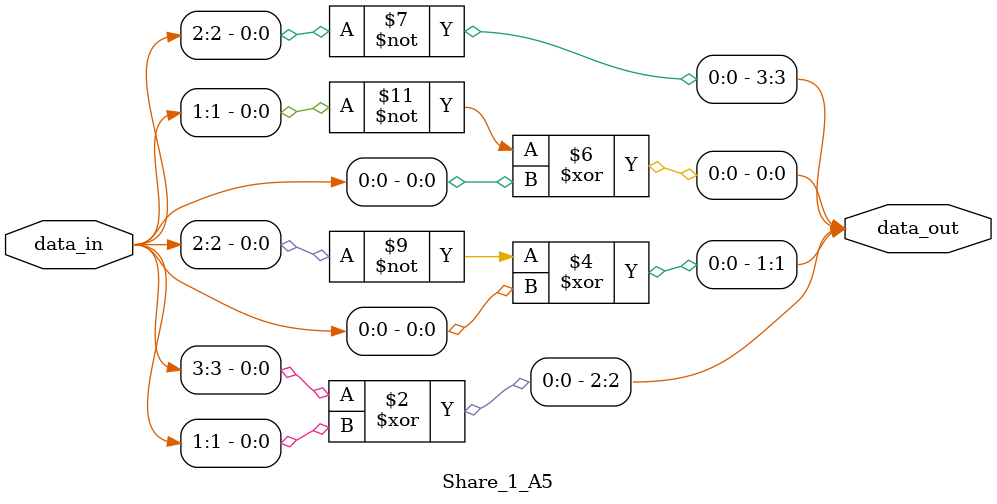
<source format=v>


module Share_1_A5(
	input wire [3:0] data_in,
	output wire [3:0] data_out
);

assign data_out[3] = 1'b1 ^ data_in[2];
assign data_out[2] = data_in[3] ^ data_in[1];
assign data_out[1] = 1'b1 ^ data_in[2] ^ data_in[0];
assign data_out[0] = 1'b1 ^ data_in[1] ^ data_in[0];

endmodule 
</source>
